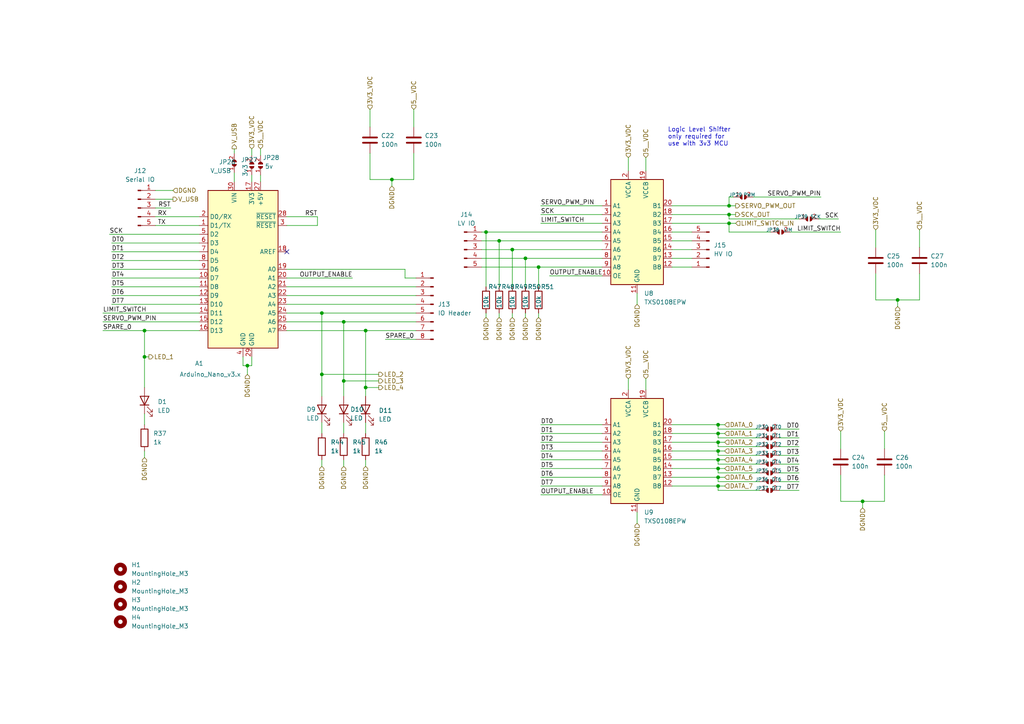
<source format=kicad_sch>
(kicad_sch (version 20230121) (generator eeschema)
  (paper "A4")
  (lib_symbols
    (symbol "000_Capacitor_Film_Immo:cap_film_0805" (pin_numbers hide) (pin_names (offset 0.254))
      (property "Reference" "C" (at 0.635 2.54 0))
      (property "Value" "cap_film_0805" (at 0.635 -2.54 0))
      (symbol "cap_film_0805_0_1"
        (polyline (pts (xy -2.032 -0.762) (xy 2.032 -0.762)) (stroke (width 0.508)))
        (polyline (pts (xy -2.032 0.762) (xy 2.032 0.762)) (stroke (width 0.508)))
      )
      (symbol "cap_film_0805_1_1"
        (pin passive line (at 0 3.81 270) (length 2.794) (name "~") (number "1"))
        (pin passive line (at 0 -3.81 90) (length 2.794) (name "~") (number "2"))
      )
    )
    (symbol "000_Connectors_Immo:Jumper_2_Open_small" (pin_names (offset 0) hide)
      (property "Reference" "JP" (at 0 2.794 0))
      (property "Value" "Jumper_2_Open_small" (at 0 -3.175 0))
      (symbol "Jumper_2_Open_small_0_1"
        (arc (start -0.635 0.635) (mid -1.2659 0.0056) (end -0.6463 -0.635) (fill (type outline)))
        (polyline (pts (xy -0.635 0.635) (xy -0.635 -0.635)))
        (polyline (pts (xy 0 0.635) (xy 0 -0.635)))
        (arc (start 0.0042 -0.6351) (mid 0.6351 -0.0057) (end 0.0155 0.6349) (fill (type outline)))
      )
      (symbol "Jumper_2_Open_small_1_1"
        (pin passive line (at -3.175 0 0) (length 2.54) (name "A") (number "1"))
        (pin passive line (at 2.54 0 180) (length 2.54) (name "B") (number "2"))
      )
    )
    (symbol "000_Diodes_Immo:LED_0805_smd" (pin_numbers hide) (pin_names (offset 1.016) hide)
      (property "Reference" "D" (at 0 2.54 0))
      (property "Value" "LED_0805_smd" (at 0 -3.81 0))
      (symbol "LED_0805_smd_0_1"
        (polyline (pts (xy -1.27 -1.27) (xy -1.27 1.27)) (stroke (width 0.254)))
        (polyline (pts (xy -1.27 0) (xy 1.27 0)))
        (polyline (pts (xy 1.27 -1.27) (xy 1.27 1.27) (xy -1.27 0) (xy 1.27 -1.27)) (stroke (width 0.254)))
        (polyline (pts (xy -3.048 -0.762) (xy -4.572 -2.286) (xy -3.81 -2.286) (xy -4.572 -2.286) (xy -4.572 -1.524)))
        (polyline (pts (xy -1.778 -0.762) (xy -3.302 -2.286) (xy -2.54 -2.286) (xy -3.302 -2.286) (xy -3.302 -1.524)))
      )
      (symbol "LED_0805_smd_1_1"
        (pin passive line (at -3.81 0 0) (length 2.54) (name "K") (number "1"))
        (pin passive line (at 3.81 0 180) (length 2.54) (name "A") (number "2"))
      )
    )
    (symbol "000_Pin_Headers_Immo:Conn_01x05_Male" (pin_names (offset 1.016) hide)
      (property "Reference" "J" (at 0 7.62 0))
      (property "Value" "Conn_01x05_Male" (at 0 -7.62 0))
      (symbol "Conn_01x05_Male_1_1"
        (polyline (pts (xy 1.27 -5.08) (xy 0.8636 -5.08)) (stroke (width 0.1524)))
        (polyline (pts (xy 1.27 -2.54) (xy 0.8636 -2.54)) (stroke (width 0.1524)))
        (polyline (pts (xy 1.27 0) (xy 0.8636 0)) (stroke (width 0.1524)))
        (polyline (pts (xy 1.27 2.54) (xy 0.8636 2.54)) (stroke (width 0.1524)))
        (polyline (pts (xy 1.27 5.08) (xy 0.8636 5.08)) (stroke (width 0.1524)))
        (rectangle (start 0.8636 -4.953) (end 0 -5.207) (stroke (width 0.1524)) (fill (type outline)))
        (rectangle (start 0.8636 -2.413) (end 0 -2.667) (stroke (width 0.1524)) (fill (type outline)))
        (rectangle (start 0.8636 0.127) (end 0 -0.127) (stroke (width 0.1524)) (fill (type outline)))
        (rectangle (start 0.8636 2.667) (end 0 2.413) (stroke (width 0.1524)) (fill (type outline)))
        (rectangle (start 0.8636 5.207) (end 0 4.953) (stroke (width 0.1524)) (fill (type outline)))
        (pin passive line (at 5.08 5.08 180) (length 3.81) (name "Pin_1") (number "1"))
        (pin passive line (at 5.08 2.54 180) (length 3.81) (name "Pin_2") (number "2"))
        (pin passive line (at 5.08 0 180) (length 3.81) (name "Pin_3") (number "3"))
        (pin passive line (at 5.08 -2.54 180) (length 3.81) (name "Pin_4") (number "4"))
        (pin passive line (at 5.08 -5.08 180) (length 3.81) (name "Pin_5") (number "5"))
      )
    )
    (symbol "000_Resistors_Immo:Resistor_0805" (pin_numbers hide) (pin_names (offset 0))
      (property "Reference" "R?" (at -2.54 3.81 0))
      (property "Value" "Resistor_0805" (at -5.08 2.54 0))
      (symbol "Resistor_0805_0_1"
        (rectangle (start 2.54 -1.016) (end -2.54 1.016) (stroke (width 0.254)))
      )
      (symbol "Resistor_0805_1_1"
        (pin passive line (at -3.81 0 0) (length 1.27) (name "~") (number "1"))
        (pin passive line (at 3.81 0 180) (length 1.27) (name "~") (number "2"))
      )
    )
    (symbol "Connector:Conn_01x08_Male" (pin_names (offset 1.016) hide)
      (property "Reference" "J" (at 0 10.16 0))
      (property "Value" "Conn_01x08_Male" (at 0 -12.7 0))
      (symbol "Conn_01x08_Male_1_1"
        (polyline (pts (xy 1.27 -10.16) (xy 0.8636 -10.16)) (stroke (width 0.1524)))
        (polyline (pts (xy 1.27 -7.62) (xy 0.8636 -7.62)) (stroke (width 0.1524)))
        (polyline (pts (xy 1.27 -5.08) (xy 0.8636 -5.08)) (stroke (width 0.1524)))
        (polyline (pts (xy 1.27 -2.54) (xy 0.8636 -2.54)) (stroke (width 0.1524)))
        (polyline (pts (xy 1.27 0) (xy 0.8636 0)) (stroke (width 0.1524)))
        (polyline (pts (xy 1.27 2.54) (xy 0.8636 2.54)) (stroke (width 0.1524)))
        (polyline (pts (xy 1.27 5.08) (xy 0.8636 5.08)) (stroke (width 0.1524)))
        (polyline (pts (xy 1.27 7.62) (xy 0.8636 7.62)) (stroke (width 0.1524)))
        (rectangle (start 0.8636 -10.033) (end 0 -10.287) (stroke (width 0.1524)) (fill (type outline)))
        (rectangle (start 0.8636 -7.493) (end 0 -7.747) (stroke (width 0.1524)) (fill (type outline)))
        (rectangle (start 0.8636 -4.953) (end 0 -5.207) (stroke (width 0.1524)) (fill (type outline)))
        (rectangle (start 0.8636 -2.413) (end 0 -2.667) (stroke (width 0.1524)) (fill (type outline)))
        (rectangle (start 0.8636 0.127) (end 0 -0.127) (stroke (width 0.1524)) (fill (type outline)))
        (rectangle (start 0.8636 2.667) (end 0 2.413) (stroke (width 0.1524)) (fill (type outline)))
        (rectangle (start 0.8636 5.207) (end 0 4.953) (stroke (width 0.1524)) (fill (type outline)))
        (rectangle (start 0.8636 7.747) (end 0 7.493) (stroke (width 0.1524)) (fill (type outline)))
        (pin passive line (at 5.08 7.62 180) (length 3.81) (name "Pin_1") (number "1"))
        (pin passive line (at 5.08 5.08 180) (length 3.81) (name "Pin_2") (number "2"))
        (pin passive line (at 5.08 2.54 180) (length 3.81) (name "Pin_3") (number "3"))
        (pin passive line (at 5.08 0 180) (length 3.81) (name "Pin_4") (number "4"))
        (pin passive line (at 5.08 -2.54 180) (length 3.81) (name "Pin_5") (number "5"))
        (pin passive line (at 5.08 -5.08 180) (length 3.81) (name "Pin_6") (number "6"))
        (pin passive line (at 5.08 -7.62 180) (length 3.81) (name "Pin_7") (number "7"))
        (pin passive line (at 5.08 -10.16 180) (length 3.81) (name "Pin_8") (number "8"))
      )
    )
    (symbol "Logic_LevelTranslator:TXS0108EPW"
      (property "Reference" "U" (at -6.35 16.51 0))
      (property "Value" "TXS0108EPW" (at 3.81 16.51 0))
      (symbol "TXS0108EPW_0_1"
        (rectangle (start -7.62 15.24) (end 7.62 -15.24) (stroke (width 0.254)) (fill (type background)))
      )
      (symbol "TXS0108EPW_1_1"
        (pin bidirectional line (at -10.16 7.62 0) (length 2.54) (name "A1") (number "1"))
        (pin input line (at -10.16 -12.7 0) (length 2.54) (name "OE") (number "10"))
        (pin power_in line (at 0 -17.78 90) (length 2.54) (name "GND") (number "11"))
        (pin bidirectional line (at 10.16 -10.16 180) (length 2.54) (name "B8") (number "12"))
        (pin bidirectional line (at 10.16 -7.62 180) (length 2.54) (name "B7") (number "13"))
        (pin bidirectional line (at 10.16 -5.08 180) (length 2.54) (name "B6") (number "14"))
        (pin bidirectional line (at 10.16 -2.54 180) (length 2.54) (name "B5") (number "15"))
        (pin bidirectional line (at 10.16 0 180) (length 2.54) (name "B4") (number "16"))
        (pin bidirectional line (at 10.16 2.54 180) (length 2.54) (name "B3") (number "17"))
        (pin bidirectional line (at 10.16 5.08 180) (length 2.54) (name "B2") (number "18"))
        (pin power_in line (at 2.54 17.78 270) (length 2.54) (name "VCCB") (number "19"))
        (pin power_in line (at -2.54 17.78 270) (length 2.54) (name "VCCA") (number "2"))
        (pin bidirectional line (at 10.16 7.62 180) (length 2.54) (name "B1") (number "20"))
        (pin bidirectional line (at -10.16 5.08 0) (length 2.54) (name "A2") (number "3"))
        (pin bidirectional line (at -10.16 2.54 0) (length 2.54) (name "A3") (number "4"))
        (pin bidirectional line (at -10.16 0 0) (length 2.54) (name "A4") (number "5"))
        (pin bidirectional line (at -10.16 -2.54 0) (length 2.54) (name "A5") (number "6"))
        (pin bidirectional line (at -10.16 -5.08 0) (length 2.54) (name "A6") (number "7"))
        (pin bidirectional line (at -10.16 -7.62 0) (length 2.54) (name "A7") (number "8"))
        (pin bidirectional line (at -10.16 -10.16 0) (length 2.54) (name "A8") (number "9"))
      )
    )
    (symbol "MCU_Module:Arduino_Nano_v3.x"
      (property "Reference" "A" (at -10.16 23.495 0))
      (property "Value" "Arduino_Nano_v3.x" (at 5.08 -24.13 0))
      (symbol "Arduino_Nano_v3.x_0_1"
        (rectangle (start -10.16 22.86) (end 10.16 -22.86) (stroke (width 0.254)) (fill (type background)))
      )
      (symbol "Arduino_Nano_v3.x_1_1"
        (pin bidirectional line (at -12.7 12.7 0) (length 2.54) (name "D1/TX") (number "1"))
        (pin bidirectional line (at -12.7 -2.54 0) (length 2.54) (name "D7") (number "10"))
        (pin bidirectional line (at -12.7 -5.08 0) (length 2.54) (name "D8") (number "11"))
        (pin bidirectional line (at -12.7 -7.62 0) (length 2.54) (name "D9") (number "12"))
        (pin bidirectional line (at -12.7 -10.16 0) (length 2.54) (name "D10") (number "13"))
        (pin bidirectional line (at -12.7 -12.7 0) (length 2.54) (name "D11") (number "14"))
        (pin bidirectional line (at -12.7 -15.24 0) (length 2.54) (name "D12") (number "15"))
        (pin bidirectional line (at -12.7 -17.78 0) (length 2.54) (name "D13") (number "16"))
        (pin power_out line (at 2.54 25.4 270) (length 2.54) (name "3V3") (number "17"))
        (pin input line (at 12.7 5.08 180) (length 2.54) (name "AREF") (number "18"))
        (pin bidirectional line (at 12.7 0 180) (length 2.54) (name "A0") (number "19"))
        (pin bidirectional line (at -12.7 15.24 0) (length 2.54) (name "D0/RX") (number "2"))
        (pin bidirectional line (at 12.7 -2.54 180) (length 2.54) (name "A1") (number "20"))
        (pin bidirectional line (at 12.7 -5.08 180) (length 2.54) (name "A2") (number "21"))
        (pin bidirectional line (at 12.7 -7.62 180) (length 2.54) (name "A3") (number "22"))
        (pin bidirectional line (at 12.7 -10.16 180) (length 2.54) (name "A4") (number "23"))
        (pin bidirectional line (at 12.7 -12.7 180) (length 2.54) (name "A5") (number "24"))
        (pin bidirectional line (at 12.7 -15.24 180) (length 2.54) (name "A6") (number "25"))
        (pin bidirectional line (at 12.7 -17.78 180) (length 2.54) (name "A7") (number "26"))
        (pin power_out line (at 5.08 25.4 270) (length 2.54) (name "+5V") (number "27"))
        (pin input line (at 12.7 15.24 180) (length 2.54) (name "~{RESET}") (number "28"))
        (pin power_in line (at 2.54 -25.4 90) (length 2.54) (name "GND") (number "29"))
        (pin input line (at 12.7 12.7 180) (length 2.54) (name "~{RESET}") (number "3"))
        (pin power_in line (at -2.54 25.4 270) (length 2.54) (name "VIN") (number "30"))
        (pin power_in line (at 0 -25.4 90) (length 2.54) (name "GND") (number "4"))
        (pin bidirectional line (at -12.7 10.16 0) (length 2.54) (name "D2") (number "5"))
        (pin bidirectional line (at -12.7 7.62 0) (length 2.54) (name "D3") (number "6"))
        (pin bidirectional line (at -12.7 5.08 0) (length 2.54) (name "D4") (number "7"))
        (pin bidirectional line (at -12.7 2.54 0) (length 2.54) (name "D5") (number "8"))
        (pin bidirectional line (at -12.7 0 0) (length 2.54) (name "D6") (number "9"))
      )
    )
    (symbol "Mechanical:MountingHole_M3" (pin_names (offset 1.016))
      (property "Reference" "H" (at 0 5.08 0))
      (property "Value" "MountingHole_M3" (at 0 3.175 0))
      (symbol "MountingHole_M3_0_1"
        (circle (center 0 0) (radius 1.27) (stroke (width 1.27)))
      )
    )
  )
  (junction (at 99.695 110.49))
  (junction (at 113.665 52.07))
  (junction (at 211.455 59.69))
  (junction (at 156.21 77.47))
  (junction (at 99.695 93.345))
  (junction (at 260.35 86.995))
  (junction (at 208.28 130.81))
  (junction (at 211.455 62.23))
  (junction (at 208.28 140.97))
  (junction (at 106.045 95.885))
  (junction (at 41.91 95.885))
  (junction (at 144.78 69.85))
  (junction (at 152.4 74.93))
  (junction (at 208.28 133.35))
  (junction (at 41.91 103.505))
  (junction (at 93.345 90.805))
  (junction (at 211.455 64.77))
  (junction (at 148.59 72.39))
  (junction (at 208.28 135.89))
  (junction (at 140.97 67.31))
  (junction (at 208.28 128.27))
  (junction (at 106.045 112.395))
  (junction (at 250.19 145.415))
  (junction (at 208.28 125.73))
  (junction (at 93.345 108.585))
  (junction (at 208.28 123.19))
  (junction (at 71.755 106.045))
  (junction (at 208.28 138.43))
  (no_connect (at 83.185 73.025))
  (wire (pts (xy 254 86.995) (xy 254 79.375)))
  (wire (pts (xy 213.36 64.77) (xy 211.455 64.77)))
  (wire (pts (xy 208.28 142.24) (xy 208.28 140.97)))
  (wire (pts (xy 144.78 69.85) (xy 144.78 83.185)))
  (wire (pts (xy 148.59 92.075) (xy 148.59 90.805)))
  (wire (pts (xy 226.06 134.62) (xy 231.775 134.62)))
  (wire (pts (xy 194.945 67.31) (xy 200.66 67.31)))
  (wire (pts (xy 83.185 93.345) (xy 99.695 93.345)))
  (wire (pts (xy 226.06 132.08) (xy 231.775 132.08)))
  (wire (pts (xy 211.455 67.31) (xy 211.455 64.77)))
  (wire (pts (xy 120.015 31.75) (xy 120.015 36.83)))
  (wire (pts (xy 250.19 147.32) (xy 250.19 145.415)))
  (wire (pts (xy 41.91 103.505) (xy 41.91 112.395)))
  (wire (pts (xy 260.35 86.995) (xy 254 86.995)))
  (wire (pts (xy 156.845 125.73) (xy 174.625 125.73)))
  (wire (pts (xy 70.485 106.045) (xy 70.485 103.505)))
  (wire (pts (xy 208.28 135.89) (xy 194.945 135.89)))
  (wire (pts (xy 106.045 95.885) (xy 106.045 112.395)))
  (wire (pts (xy 220.345 124.46) (xy 208.28 124.46)))
  (wire (pts (xy 208.28 123.19) (xy 194.945 123.19)))
  (wire (pts (xy 106.045 112.395) (xy 106.045 114.935)))
  (wire (pts (xy 99.695 93.345) (xy 99.695 110.49)))
  (wire (pts (xy 106.045 112.395) (xy 109.855 112.395)))
  (wire (pts (xy 117.475 80.645) (xy 120.65 80.645)))
  (wire (pts (xy 237.49 63.5) (xy 243.205 63.5)))
  (wire (pts (xy 223.52 67.31) (xy 211.455 67.31)))
  (wire (pts (xy 220.345 132.08) (xy 208.28 132.08)))
  (wire (pts (xy 32.385 80.645) (xy 57.785 80.645)))
  (wire (pts (xy 71.755 106.045) (xy 73.025 106.045)))
  (wire (pts (xy 256.54 145.415) (xy 250.19 145.415)))
  (wire (pts (xy 256.54 137.795) (xy 256.54 145.415)))
  (wire (pts (xy 83.185 62.865) (xy 92.075 62.865)))
  (wire (pts (xy 140.97 67.31) (xy 140.97 83.185)))
  (wire (pts (xy 106.045 122.555) (xy 106.045 125.73)))
  (wire (pts (xy 41.91 103.505) (xy 43.18 103.505)))
  (wire (pts (xy 32.385 75.565) (xy 57.785 75.565)))
  (wire (pts (xy 32.385 78.105) (xy 57.785 78.105)))
  (wire (pts (xy 220.345 137.16) (xy 208.28 137.16)))
  (wire (pts (xy 92.075 62.865) (xy 92.075 65.405)))
  (wire (pts (xy 32.385 83.185) (xy 57.785 83.185)))
  (wire (pts (xy 32.385 70.485) (xy 57.785 70.485)))
  (wire (pts (xy 144.78 92.075) (xy 144.78 90.805)))
  (wire (pts (xy 45.085 65.405) (xy 57.785 65.405)))
  (wire (pts (xy 208.28 127) (xy 208.28 125.73)))
  (wire (pts (xy 187.325 45.72) (xy 187.325 49.53)))
  (wire (pts (xy 71.755 106.045) (xy 70.485 106.045)))
  (wire (pts (xy 218.44 57.15) (xy 238.125 57.15)))
  (wire (pts (xy 106.045 95.885) (xy 120.65 95.885)))
  (wire (pts (xy 229.235 67.31) (xy 243.84 67.31)))
  (wire (pts (xy 211.455 59.69) (xy 213.36 59.69)))
  (wire (pts (xy 210.185 130.81) (xy 208.28 130.81)))
  (wire (pts (xy 140.97 67.31) (xy 174.625 67.31)))
  (wire (pts (xy 211.455 64.77) (xy 194.945 64.77)))
  (wire (pts (xy 256.54 125.095) (xy 256.54 130.175)))
  (wire (pts (xy 67.945 43.18) (xy 67.945 44.45)))
  (wire (pts (xy 212.725 57.15) (xy 211.455 57.15)))
  (wire (pts (xy 220.345 139.7) (xy 208.28 139.7)))
  (wire (pts (xy 148.59 72.39) (xy 174.625 72.39)))
  (wire (pts (xy 45.085 57.785) (xy 50.165 57.785)))
  (wire (pts (xy 107.315 31.75) (xy 107.315 36.83)))
  (wire (pts (xy 208.28 140.97) (xy 194.945 140.97)))
  (wire (pts (xy 208.28 134.62) (xy 208.28 133.35)))
  (wire (pts (xy 220.345 142.24) (xy 208.28 142.24)))
  (wire (pts (xy 220.345 134.62) (xy 208.28 134.62)))
  (wire (pts (xy 156.845 135.89) (xy 174.625 135.89)))
  (wire (pts (xy 194.945 69.85) (xy 200.66 69.85)))
  (wire (pts (xy 45.085 60.325) (xy 49.53 60.325)))
  (wire (pts (xy 210.185 128.27) (xy 208.28 128.27)))
  (wire (pts (xy 208.28 132.08) (xy 208.28 130.81)))
  (wire (pts (xy 243.84 145.415) (xy 243.84 137.795)))
  (wire (pts (xy 139.7 74.93) (xy 152.4 74.93)))
  (wire (pts (xy 73.025 43.18) (xy 73.025 45.085)))
  (wire (pts (xy 83.185 78.105) (xy 117.475 78.105)))
  (wire (pts (xy 144.78 69.85) (xy 174.625 69.85)))
  (wire (pts (xy 208.28 137.16) (xy 208.28 135.89)))
  (wire (pts (xy 156.21 77.47) (xy 174.625 77.47)))
  (wire (pts (xy 210.185 138.43) (xy 208.28 138.43)))
  (wire (pts (xy 113.665 52.07) (xy 107.315 52.07)))
  (wire (pts (xy 99.695 93.345) (xy 120.65 93.345)))
  (wire (pts (xy 29.845 95.885) (xy 41.91 95.885)))
  (wire (pts (xy 250.19 145.415) (xy 243.84 145.415)))
  (wire (pts (xy 99.695 122.555) (xy 99.695 125.73)))
  (wire (pts (xy 254 66.675) (xy 254 71.755)))
  (wire (pts (xy 83.185 95.885) (xy 106.045 95.885)))
  (wire (pts (xy 194.945 74.93) (xy 200.66 74.93)))
  (wire (pts (xy 260.35 88.9) (xy 260.35 86.995)))
  (wire (pts (xy 156.845 140.97) (xy 174.625 140.97)))
  (wire (pts (xy 208.28 125.73) (xy 194.945 125.73)))
  (wire (pts (xy 113.665 53.975) (xy 113.665 52.07)))
  (wire (pts (xy 156.845 64.77) (xy 174.625 64.77)))
  (wire (pts (xy 182.245 109.855) (xy 182.245 113.03)))
  (wire (pts (xy 156.845 143.51) (xy 174.625 143.51)))
  (wire (pts (xy 73.025 50.8) (xy 73.025 52.705)))
  (wire (pts (xy 210.185 123.19) (xy 208.28 123.19)))
  (wire (pts (xy 156.21 77.47) (xy 156.21 83.185)))
  (wire (pts (xy 111.76 98.425) (xy 120.65 98.425)))
  (wire (pts (xy 140.97 92.075) (xy 140.97 90.805)))
  (wire (pts (xy 117.475 80.645) (xy 117.475 78.105)))
  (wire (pts (xy 93.345 90.805) (xy 120.65 90.805)))
  (wire (pts (xy 184.785 88.265) (xy 184.785 85.09)))
  (wire (pts (xy 208.28 139.7) (xy 208.28 138.43)))
  (wire (pts (xy 226.06 127) (xy 231.775 127)))
  (wire (pts (xy 211.455 57.15) (xy 211.455 59.69)))
  (wire (pts (xy 152.4 74.93) (xy 174.625 74.93)))
  (wire (pts (xy 226.06 139.7) (xy 231.775 139.7)))
  (wire (pts (xy 139.7 72.39) (xy 148.59 72.39)))
  (wire (pts (xy 83.185 90.805) (xy 93.345 90.805)))
  (wire (pts (xy 32.385 73.025) (xy 57.785 73.025)))
  (wire (pts (xy 156.845 62.23) (xy 174.625 62.23)))
  (wire (pts (xy 75.565 43.18) (xy 75.565 45.085)))
  (wire (pts (xy 71.755 108.585) (xy 71.755 106.045)))
  (wire (pts (xy 184.785 151.765) (xy 184.785 148.59)))
  (wire (pts (xy 208.28 138.43) (xy 194.945 138.43)))
  (wire (pts (xy 210.185 135.89) (xy 208.28 135.89)))
  (wire (pts (xy 194.945 72.39) (xy 200.66 72.39)))
  (wire (pts (xy 156.845 133.35) (xy 174.625 133.35)))
  (wire (pts (xy 156.845 138.43) (xy 174.625 138.43)))
  (wire (pts (xy 32.385 88.265) (xy 57.785 88.265)))
  (wire (pts (xy 156.845 130.81) (xy 174.625 130.81)))
  (wire (pts (xy 208.28 129.54) (xy 208.28 128.27)))
  (wire (pts (xy 99.695 110.49) (xy 99.695 114.935)))
  (wire (pts (xy 41.91 120.015) (xy 41.91 123.19)))
  (wire (pts (xy 208.28 128.27) (xy 194.945 128.27)))
  (wire (pts (xy 220.345 127) (xy 208.28 127)))
  (wire (pts (xy 45.085 55.245) (xy 50.165 55.245)))
  (wire (pts (xy 208.28 133.35) (xy 194.945 133.35)))
  (wire (pts (xy 139.7 77.47) (xy 156.21 77.47)))
  (wire (pts (xy 182.245 45.72) (xy 182.245 49.53)))
  (wire (pts (xy 83.185 83.185) (xy 120.65 83.185)))
  (wire (pts (xy 32.385 85.725) (xy 57.785 85.725)))
  (wire (pts (xy 210.185 133.35) (xy 208.28 133.35)))
  (wire (pts (xy 243.84 125.095) (xy 243.84 130.175)))
  (wire (pts (xy 226.06 124.46) (xy 231.775 124.46)))
  (wire (pts (xy 194.945 77.47) (xy 200.66 77.47)))
  (wire (pts (xy 194.945 59.69) (xy 211.455 59.69)))
  (wire (pts (xy 139.7 69.85) (xy 144.78 69.85)))
  (wire (pts (xy 83.185 88.265) (xy 120.65 88.265)))
  (wire (pts (xy 210.185 125.73) (xy 208.28 125.73)))
  (wire (pts (xy 187.325 109.855) (xy 187.325 113.03)))
  (wire (pts (xy 152.4 83.185) (xy 152.4 74.93)))
  (wire (pts (xy 83.185 65.405) (xy 92.075 65.405)))
  (wire (pts (xy 93.345 108.585) (xy 109.855 108.585)))
  (wire (pts (xy 41.91 130.81) (xy 41.91 132.715)))
  (wire (pts (xy 93.345 133.35) (xy 93.345 135.255)))
  (wire (pts (xy 208.28 130.81) (xy 194.945 130.81)))
  (wire (pts (xy 226.06 129.54) (xy 231.775 129.54)))
  (wire (pts (xy 99.695 133.35) (xy 99.695 135.255)))
  (wire (pts (xy 231.775 63.5) (xy 211.455 63.5)))
  (wire (pts (xy 75.565 50.8) (xy 75.565 52.705)))
  (wire (pts (xy 211.455 62.23) (xy 213.36 62.23)))
  (wire (pts (xy 226.06 137.16) (xy 231.775 137.16)))
  (wire (pts (xy 102.235 80.645) (xy 83.185 80.645)))
  (wire (pts (xy 210.185 140.97) (xy 208.28 140.97)))
  (wire (pts (xy 29.845 90.805) (xy 57.785 90.805)))
  (wire (pts (xy 45.085 62.865) (xy 57.785 62.865)))
  (wire (pts (xy 93.345 108.585) (xy 93.345 114.935)))
  (wire (pts (xy 266.7 79.375) (xy 266.7 86.995)))
  (wire (pts (xy 148.59 72.39) (xy 148.59 83.185)))
  (wire (pts (xy 73.025 106.045) (xy 73.025 103.505)))
  (wire (pts (xy 120.015 52.07) (xy 113.665 52.07)))
  (wire (pts (xy 220.345 129.54) (xy 208.28 129.54)))
  (wire (pts (xy 159.385 80.01) (xy 174.625 80.01)))
  (wire (pts (xy 41.91 95.885) (xy 57.785 95.885)))
  (wire (pts (xy 93.345 122.555) (xy 93.345 125.73)))
  (wire (pts (xy 156.845 59.69) (xy 174.625 59.69)))
  (wire (pts (xy 194.945 62.23) (xy 211.455 62.23)))
  (wire (pts (xy 156.845 123.19) (xy 174.625 123.19)))
  (wire (pts (xy 266.7 86.995) (xy 260.35 86.995)))
  (wire (pts (xy 139.7 67.31) (xy 140.97 67.31)))
  (wire (pts (xy 106.045 133.35) (xy 106.045 135.255)))
  (wire (pts (xy 29.845 93.345) (xy 57.785 93.345)))
  (wire (pts (xy 156.845 128.27) (xy 174.625 128.27)))
  (wire (pts (xy 99.695 110.49) (xy 109.855 110.49)))
  (wire (pts (xy 211.455 63.5) (xy 211.455 62.23)))
  (wire (pts (xy 93.345 90.805) (xy 93.345 108.585)))
  (wire (pts (xy 31.75 67.945) (xy 57.785 67.945)))
  (wire (pts (xy 208.28 124.46) (xy 208.28 123.19)))
  (wire (pts (xy 107.315 52.07) (xy 107.315 44.45)))
  (wire (pts (xy 83.185 85.725) (xy 120.65 85.725)))
  (wire (pts (xy 41.91 95.885) (xy 41.91 103.505)))
  (wire (pts (xy 266.7 66.675) (xy 266.7 71.755)))
  (wire (pts (xy 156.21 92.075) (xy 156.21 90.805)))
  (wire (pts (xy 120.015 44.45) (xy 120.015 52.07)))
  (wire (pts (xy 152.4 92.075) (xy 152.4 90.805)))
  (wire (pts (xy 226.06 142.24) (xy 231.775 142.24)))
  (wire (pts (xy 67.945 50.165) (xy 67.945 52.705)))
  (text "Logic Level Shifter\nonly required for \nuse with 3v3 MCU" (at 193.675 42.545 0) (effects (font (size 1.27 1.27)) (justify left bottom)))
  (label "SERVO_PWM_PIN" (at 156.845 59.69 0))
  (label "DT0" (at 32.385 70.485 0))
  (label "DT4" (at 231.775 134.62 180))
  (label "OUTPUT_ENABLE" (at 102.235 80.645 180))
  (label "RST" (at 92.075 62.865 180))
  (label "DT6" (at 156.845 138.43 0))
  (label "OUTPUT_ENABLE" (at 159.385 80.01 0))
  (label "DT2" (at 156.845 128.27 0))
  (label "RX" (at 45.72 62.865 0))
  (label "DT3" (at 32.385 78.105 0))
  (label "SCK" (at 156.845 62.23 0))
  (label "DT1" (at 32.385 73.025 0))
  (label "DT3" (at 156.845 130.81 0))
  (label "RST" (at 49.53 60.325 180))
  (label "SERVO_PWM_PIN" (at 238.125 57.15 180))
  (label "DT2" (at 32.385 75.565 0))
  (label "SPARE_0" (at 111.76 98.425 0))
  (label "DT7" (at 32.385 88.265 0))
  (label "DT0" (at 156.845 123.19 0))
  (label "TX" (at 45.72 65.405 0))
  (label "DT5" (at 231.775 137.16 180))
  (label "DT2" (at 231.775 129.54 180))
  (label "LIMIT_SWITCH" (at 29.845 90.805 0))
  (label "OUTPUT_ENABLE" (at 156.845 143.51 0))
  (label "DT1" (at 231.775 127 180))
  (label "DT4" (at 156.845 133.35 0))
  (label "DT5" (at 156.845 135.89 0))
  (label "SCK" (at 31.75 67.945 0))
  (label "DT6" (at 32.385 85.725 0))
  (label "DT4" (at 32.385 80.645 0))
  (label "DT6" (at 231.775 139.7 180))
  (label "DT5" (at 32.385 83.185 0))
  (label "SPARE_0" (at 29.845 95.885 0))
  (label "SCK" (at 243.205 63.5 180))
  (label "SERVO_PWM_PIN" (at 29.845 93.345 0))
  (label "DT0" (at 231.775 124.46 180))
  (label "DT1" (at 156.845 125.73 0))
  (label "LIMIT_SWITCH" (at 243.84 67.31 180))
  (label "LIMIT_SWITCH" (at 156.845 64.77 0))
  (label "DT7" (at 231.775 142.24 180))
  (label "DT7" (at 156.845 140.97 0))
  (label "DT3" (at 231.775 132.08 180))
  (hierarchical_label "DGND" (shape input) (at 113.665 53.975 270))
  (hierarchical_label "3V3_VDC" (shape input) (at 107.315 31.75 90))
  (hierarchical_label "DGND" (shape input) (at 184.785 88.265 270))
  (hierarchical_label "DATA_0" (shape input) (at 210.185 123.19 0))
  (hierarchical_label "5__VDC" (shape input) (at 256.54 125.095 90))
  (hierarchical_label "DATA_2" (shape input) (at 210.185 128.27 0))
  (hierarchical_label "3V3_VDC" (shape input) (at 182.245 109.855 90))
  (hierarchical_label "SCK_OUT" (shape output) (at 213.36 62.23 0))
  (hierarchical_label "DGND" (shape input) (at 184.785 151.765 270))
  (hierarchical_label "DGND" (shape input) (at 71.755 108.585 270))
  (hierarchical_label "3V3_VDC" (shape input) (at 182.245 45.72 90))
  (hierarchical_label "5__VDC" (shape input) (at 75.565 43.18 90))
  (hierarchical_label "DGND" (shape input) (at 156.21 92.075 270))
  (hierarchical_label "DATA_5" (shape input) (at 210.185 135.89 0))
  (hierarchical_label "DGND" (shape input) (at 99.695 135.255 270))
  (hierarchical_label "5__VDC" (shape input) (at 266.7 66.675 90))
  (hierarchical_label "V_USB" (shape output) (at 50.165 57.785 0))
  (hierarchical_label "5__VDC" (shape input) (at 120.015 31.75 90))
  (hierarchical_label "DGND" (shape input) (at 260.35 88.9 270))
  (hierarchical_label "DGND" (shape input) (at 41.91 132.715 270))
  (hierarchical_label "DGND" (shape input) (at 106.045 135.255 270))
  (hierarchical_label "DGND" (shape input) (at 148.59 92.075 270))
  (hierarchical_label "SERVO_PWM_OUT" (shape output) (at 213.36 59.69 0))
  (hierarchical_label "DGND" (shape input) (at 250.19 147.32 270))
  (hierarchical_label "DATA_4" (shape input) (at 210.185 133.35 0))
  (hierarchical_label "DGND" (shape input) (at 144.78 92.075 270))
  (hierarchical_label "DATA_1" (shape input) (at 210.185 125.73 0))
  (hierarchical_label "LED_1" (shape output) (at 43.18 103.505 0))
  (hierarchical_label "LIMIT_SWITCH_IN" (shape input) (at 213.36 64.77 0))
  (hierarchical_label "5__VDC" (shape input) (at 187.325 45.72 90))
  (hierarchical_label "DGND" (shape input) (at 140.97 92.075 270))
  (hierarchical_label "LED_2" (shape output) (at 109.855 108.585 0))
  (hierarchical_label "3V3_VDC" (shape input) (at 254 66.675 90))
  (hierarchical_label "DATA_3" (shape input) (at 210.185 130.81 0))
  (hierarchical_label "V_USB" (shape output) (at 67.945 43.18 90))
  (hierarchical_label "3V3_VDC" (shape input) (at 73.025 43.18 90))
  (hierarchical_label "DGND" (shape input) (at 50.165 55.245 0))
  (hierarchical_label "DGND" (shape input) (at 152.4 92.075 270))
  (hierarchical_label "DGND" (shape input) (at 93.345 135.255 270))
  (hierarchical_label "DATA_7" (shape input) (at 210.185 140.97 0))
  (hierarchical_label "DATA_6" (shape input) (at 210.185 138.43 0))
  (hierarchical_label "3V3_VDC" (shape input) (at 243.84 125.095 90))
  (hierarchical_label "LED_3" (shape output) (at 109.855 110.49 0))
  (hierarchical_label "5__VDC" (shape input) (at 187.325 109.855 90))
  (hierarchical_label "LED_4" (shape output) (at 109.855 112.395 0))
  (symbol (lib_id "000_Connectors_Immo:Jumper_2_Open_small") (at 226.695 67.31 0) (unit 1)
    (property "Reference" "JP38" (at 226.06 66.675 0) (effects (font (size 1 1)) (justify right)))
    (property "Value" "LIM" (at 229.87 66.675 0) (effects (font (size 1 1)) (justify right)))
    (property "Footprint" "Jumper:SolderJumper-2_P1.3mm_Open_RoundedPad1.0x1.5mm" (effects hide))
  )
  (symbol (lib_id "000_Connectors_Immo:Jumper_2_Open_small") (at 223.52 142.24 0) (unit 1)
    (property "Reference" "JP37" (at 222.885 141.605 0) (effects (font (size 1 1)) (justify right)))
    (property "Value" "DT7" (at 226.695 141.605 0) (effects (font (size 1 1)) (justify right)))
    (property "Footprint" "Jumper:SolderJumper-2_P1.3mm_Open_RoundedPad1.0x1.5mm" (effects hide))
  )
  (symbol (lib_id "Logic_LevelTranslator:TXS0108EPW") (at 184.785 67.31 0) (unit 1)
    (property "Reference" "U8" (at 186.8044 85.09 0) (effects (justify left)))
    (property "Value" "TXS0108EPW" (at 186.8044 87.63 0) (effects (justify left)))
    (property "Footprint" "Package_SO:TSSOP-20_4.4x6.5mm_P0.65mm" (effects hide))
    (property "Datasheet" "www.ti.com/lit/ds/symlink/txs0108e.pdf" (effects hide))
  )
  (symbol (lib_id "000_Resistors_Immo:Resistor_0805") (at 106.045 129.54 90) (unit 1)
    (property "Reference" "R46" (at 108.585 128.2699 90) (effects (justify right)))
    (property "Value" "1k" (at 108.585 130.8099 90) (effects (justify right)))
    (property "Footprint" "Resistor_SMD:R_0805_2012Metric_Pad1.20x1.40mm_HandSolder" (effects hide))
  )
  (symbol (lib_id "000_Resistors_Immo:Resistor_0805") (at 144.78 86.995 90) (unit 1)
    (property "Reference" "R48" (at 145.415 83.185 90) (effects (justify right)))
    (property "Value" "10k" (at 144.78 85.725 0) (effects (justify right)))
    (property "Footprint" "Resistor_SMD:R_0805_2012Metric_Pad1.20x1.40mm_HandSolder" (effects hide))
  )
  (symbol (lib_id "000_Connectors_Immo:Jumper_2_Open_small") (at 223.52 137.16 0) (unit 1)
    (property "Reference" "JP35" (at 222.885 136.525 0) (effects (font (size 1 1)) (justify right)))
    (property "Value" "DT5" (at 226.695 136.525 0) (effects (font (size 1 1)) (justify right)))
    (property "Footprint" "Jumper:SolderJumper-2_P1.3mm_Open_RoundedPad1.0x1.5mm" (effects hide))
  )
  (symbol (lib_id "000_Capacitor_Film_Immo:cap_film_0805") (at 243.84 133.985 0) (unit 1)
    (property "Reference" "C24" (at 247.015 132.7149 0) (effects (justify left)))
    (property "Value" "100n" (at 247.015 135.2549 0) (effects (justify left)))
    (property "Footprint" "Capacitor_SMD:C_0805_2012Metric_Pad1.18x1.45mm_HandSolder" (effects hide))
  )
  (symbol (lib_id "000_Resistors_Immo:Resistor_0805") (at 99.695 129.54 90) (unit 1)
    (property "Reference" "R45" (at 102.235 128.2699 90) (effects (justify right)))
    (property "Value" "1k" (at 102.235 130.8099 90) (effects (justify right)))
    (property "Footprint" "Resistor_SMD:R_0805_2012Metric_Pad1.20x1.40mm_HandSolder" (effects hide))
  )
  (symbol (lib_id "000_Capacitor_Film_Immo:cap_film_0805") (at 107.315 40.64 0) (unit 1)
    (property "Reference" "C22" (at 110.49 39.3699 0) (effects (justify left)))
    (property "Value" "100n" (at 110.49 41.9099 0) (effects (justify left)))
    (property "Footprint" "Capacitor_SMD:C_0805_2012Metric_Pad1.18x1.45mm_HandSolder" (effects hide))
  )
  (symbol (lib_id "Mechanical:MountingHole_M3") (at 34.925 165.1 0) (unit 1)
    (property "Reference" "H1" (at 38.1 163.8299 0) (effects (justify left)))
    (property "Value" "MountingHole_M3" (at 38.1 166.3699 0) (effects (justify left)))
    (property "Footprint" "MountingHole:MountingHole_3.2mm_M3_Pad_Via" (effects hide))
  )
  (symbol (lib_id "000_Diodes_Immo:LED_0805_smd") (at 93.345 118.745 90) (unit 1)
    (property "Reference" "D9" (at 88.9 118.745 90) (effects (justify right)))
    (property "Value" "LED" (at 88.9 121.285 90) (effects (justify right)))
    (property "Footprint" "Diode_SMD:D_0805_2012Metric_Pad1.15x1.40mm_HandSolder" (effects hide))
  )
  (symbol (lib_id "Mechanical:MountingHole_M3") (at 34.925 170.18 0) (unit 1)
    (property "Reference" "H2" (at 38.1 168.9099 0) (effects (justify left)))
    (property "Value" "MountingHole_M3" (at 38.1 171.4499 0) (effects (justify left)))
    (property "Footprint" "MountingHole:MountingHole_3.2mm_M3_Pad_Via" (effects hide))
  )
  (symbol (lib_id "000_Resistors_Immo:Resistor_0805") (at 93.345 129.54 90) (unit 1)
    (property "Reference" "R44" (at 95.885 128.2699 90) (effects (justify right)))
    (property "Value" "1k" (at 95.885 130.8099 90) (effects (justify right)))
    (property "Footprint" "Resistor_SMD:R_0805_2012Metric_Pad1.20x1.40mm_HandSolder" (effects hide))
  )
  (symbol (lib_id "000_Connectors_Immo:Jumper_2_Open_small") (at 223.52 127 0) (unit 1)
    (property "Reference" "JP31" (at 222.885 126.365 0) (effects (font (size 1 1)) (justify right)))
    (property "Value" "DT1" (at 226.695 126.365 0) (effects (font (size 1 1)) (justify right)))
    (property "Footprint" "Jumper:SolderJumper-2_P1.3mm_Open_RoundedPad1.0x1.5mm" (effects hide))
  )
  (symbol (lib_id "Mechanical:MountingHole_M3") (at 34.925 180.34 0) (unit 1)
    (property "Reference" "H4" (at 38.1 179.0699 0) (effects (justify left)))
    (property "Value" "MountingHole_M3" (at 38.1 181.6099 0) (effects (justify left)))
    (property "Footprint" "MountingHole:MountingHole_3.2mm_M3_Pad_Via" (effects hide))
  )
  (symbol (lib_id "000_Capacitor_Film_Immo:cap_film_0805") (at 266.7 75.565 0) (unit 1)
    (property "Reference" "C27" (at 269.875 74.2949 0) (effects (justify left)))
    (property "Value" "100n" (at 269.875 76.8349 0) (effects (justify left)))
    (property "Footprint" "Capacitor_SMD:C_0805_2012Metric_Pad1.18x1.45mm_HandSolder" (effects hide))
  )
  (symbol (lib_id "000_Diodes_Immo:LED_0805_smd") (at 41.91 116.205 90) (unit 1)
    (property "Reference" "D1" (at 45.72 116.5224 90) (effects (justify right)))
    (property "Value" "LED" (at 45.72 119.0624 90) (effects (justify right)))
    (property "Footprint" "Diode_SMD:D_0805_2012Metric_Pad1.15x1.40mm_HandSolder" (effects hide))
  )
  (symbol (lib_id "000_Connectors_Immo:Jumper_2_Open_small") (at 223.52 134.62 0) (unit 1)
    (property "Reference" "JP34" (at 222.885 133.985 0) (effects (font (size 1 1)) (justify right)))
    (property "Value" "DT4" (at 226.695 133.985 0) (effects (font (size 1 1)) (justify right)))
    (property "Footprint" "Jumper:SolderJumper-2_P1.3mm_Open_RoundedPad1.0x1.5mm" (effects hide))
  )
  (symbol (lib_id "Logic_LevelTranslator:TXS0108EPW") (at 184.785 130.81 0) (unit 1)
    (property "Reference" "U9" (at 186.8044 148.59 0) (effects (justify left)))
    (property "Value" "TXS0108EPW" (at 186.8044 151.13 0) (effects (justify left)))
    (property "Footprint" "Package_SO:TSSOP-20_4.4x6.5mm_P0.65mm" (effects hide))
    (property "Datasheet" "www.ti.com/lit/ds/symlink/txs0108e.pdf" (effects hide))
  )
  (symbol (lib_id "000_Pin_Headers_Immo:Conn_01x05_Male") (at 134.62 72.39 0) (unit 1)
    (property "Reference" "J14" (at 135.255 62.23 0))
    (property "Value" "LV IO" (at 135.255 64.77 0))
    (property "Footprint" "Connector_PinHeader_2.54mm:PinHeader_1x05_P2.54mm_Vertical" (effects hide))
  )
  (symbol (lib_id "000_Connectors_Immo:Jumper_2_Open_small") (at 73.025 47.625 90) (unit 1)
    (property "Reference" "JP27" (at 69.85 46.355 90) (effects (justify right)))
    (property "Value" "3v3" (at 71.12 47.625 0) (effects (justify right)))
    (property "Footprint" "Jumper:SolderJumper-2_P1.3mm_Open_RoundedPad1.0x1.5mm" (effects hide))
  )
  (symbol (lib_id "000_Connectors_Immo:Jumper_2_Open_small") (at 67.945 46.99 90) (unit 1)
    (property "Reference" "JP26" (at 63.5 46.99 90) (effects (justify right)))
    (property "Value" "V_USB" (at 60.96 49.53 90) (effects (justify right)))
    (property "Footprint" "Jumper:SolderJumper-2_P1.3mm_Open_RoundedPad1.0x1.5mm" (effects hide))
  )
  (symbol (lib_id "Mechanical:MountingHole_M3") (at 34.925 175.26 0) (unit 1)
    (property "Reference" "H3" (at 38.1 173.9899 0) (effects (justify left)))
    (property "Value" "MountingHole_M3" (at 38.1 176.5299 0) (effects (justify left)))
    (property "Footprint" "MountingHole:MountingHole_3.2mm_M3_Pad_Via" (effects hide))
  )
  (symbol (lib_id "000_Connectors_Immo:Jumper_2_Open_small") (at 223.52 129.54 0) (unit 1)
    (property "Reference" "JP32" (at 222.885 128.905 0) (effects (font (size 1 1)) (justify right)))
    (property "Value" "DT2" (at 226.695 128.905 0) (effects (font (size 1 1)) (justify right)))
    (property "Footprint" "Jumper:SolderJumper-2_P1.3mm_Open_RoundedPad1.0x1.5mm" (effects hide))
  )
  (symbol (lib_id "000_Capacitor_Film_Immo:cap_film_0805") (at 120.015 40.64 0) (unit 1)
    (property "Reference" "C23" (at 123.19 39.3699 0) (effects (justify left)))
    (property "Value" "100n" (at 123.19 41.9099 0) (effects (justify left)))
    (property "Footprint" "Capacitor_SMD:C_0805_2012Metric_Pad1.18x1.45mm_HandSolder" (effects hide))
  )
  (symbol (lib_id "000_Connectors_Immo:Jumper_2_Open_small") (at 223.52 124.46 0) (unit 1)
    (property "Reference" "JP30" (at 222.885 123.825 0) (effects (font (size 1 1)) (justify right)))
    (property "Value" "DT0" (at 226.695 123.825 0) (effects (font (size 1 1)) (justify right)))
    (property "Footprint" "Jumper:SolderJumper-2_P1.3mm_Open_RoundedPad1.0x1.5mm" (effects hide))
  )
  (symbol (lib_id "000_Pin_Headers_Immo:Conn_01x05_Male") (at 205.74 72.39 180) (unit 1)
    (property "Reference" "J15" (at 207.01 71.1199 0) (effects (justify right)))
    (property "Value" "HV IO" (at 207.01 73.6599 0) (effects (justify right)))
    (property "Footprint" "Connector_PinHeader_2.54mm:PinHeader_1x05_P2.54mm_Vertical" (effects hide))
  )
  (symbol (lib_id "000_Connectors_Immo:Jumper_2_Open_small") (at 223.52 139.7 0) (unit 1)
    (property "Reference" "JP36" (at 222.885 139.065 0) (effects (font (size 1 1)) (justify right)))
    (property "Value" "DT6" (at 226.695 139.065 0) (effects (font (size 1 1)) (justify right)))
    (property "Footprint" "Jumper:SolderJumper-2_P1.3mm_Open_RoundedPad1.0x1.5mm" (effects hide))
  )
  (symbol (lib_id "MCU_Module:Arduino_Nano_v3.x") (at 70.485 78.105 0) (unit 1)
    (property "Reference" "A1" (at 56.515 105.41 0) (effects (justify left)))
    (property "Value" "Arduino_Nano_v3.x" (at 52.07 108.585 0) (effects (justify left)))
    (property "Footprint" "Module:Arduino_Nano" (effects hide))
    (property "Datasheet" "http://www.mouser.com/pdfdocs/Gravitech_Arduino_Nano3_0.pdf" (effects hide))
  )
  (symbol (lib_id "000_Connectors_Immo:Jumper_2_Open_small") (at 75.565 47.625 90) (unit 1)
    (property "Reference" "JP28" (at 76.2 45.72 90) (effects (justify right)))
    (property "Value" "5v" (at 76.835 48.26 90) (effects (justify right)))
    (property "Footprint" "Jumper:SolderJumper-2_P1.3mm_Open_RoundedPad1.0x1.5mm" (effects hide))
  )
  (symbol (lib_id "000_Capacitor_Film_Immo:cap_film_0805") (at 254 75.565 0) (unit 1)
    (property "Reference" "C25" (at 257.175 74.2949 0) (effects (justify left)))
    (property "Value" "100n" (at 257.175 76.8349 0) (effects (justify left)))
    (property "Footprint" "Capacitor_SMD:C_0805_2012Metric_Pad1.18x1.45mm_HandSolder" (effects hide))
  )
  (symbol (lib_id "000_Capacitor_Film_Immo:cap_film_0805") (at 256.54 133.985 0) (unit 1)
    (property "Reference" "C26" (at 259.715 132.7149 0) (effects (justify left)))
    (property "Value" "100n" (at 259.715 135.2549 0) (effects (justify left)))
    (property "Footprint" "Capacitor_SMD:C_0805_2012Metric_Pad1.18x1.45mm_HandSolder" (effects hide))
  )
  (symbol (lib_id "000_Connectors_Immo:Jumper_2_Open_small") (at 234.95 63.5 0) (unit 1)
    (property "Reference" "JP39" (at 234.315 62.865 0) (effects (font (size 1 1)) (justify right)))
    (property "Value" "SCK" (at 238.125 62.865 0) (effects (font (size 1 1)) (justify right)))
    (property "Footprint" "Jumper:SolderJumper-2_P1.3mm_Open_RoundedPad1.0x1.5mm" (effects hide))
  )
  (symbol (lib_id "000_Resistors_Immo:Resistor_0805") (at 148.59 86.995 90) (unit 1)
    (property "Reference" "R49" (at 149.225 83.185 90) (effects (justify right)))
    (property "Value" "10k" (at 148.59 85.725 0) (effects (justify right)))
    (property "Footprint" "Resistor_SMD:R_0805_2012Metric_Pad1.20x1.40mm_HandSolder" (effects hide))
  )
  (symbol (lib_id "Connector:Conn_01x08_Male") (at 125.73 88.265 0) (mirror y) (unit 1)
    (property "Reference" "J13" (at 127 88.2649 0) (effects (justify right)))
    (property "Value" "IO Header" (at 127 90.8049 0) (effects (justify right)))
    (property "Footprint" "Connector_PinHeader_2.54mm:PinHeader_1x08_P2.54mm_Vertical" (effects hide))
  )
  (symbol (lib_id "000_Resistors_Immo:Resistor_0805") (at 140.97 86.995 90) (unit 1)
    (property "Reference" "R47" (at 141.605 83.185 90) (effects (justify right)))
    (property "Value" "10k" (at 140.97 85.725 0) (effects (justify right)))
    (property "Footprint" "Resistor_SMD:R_0805_2012Metric_Pad1.20x1.40mm_HandSolder" (effects hide))
  )
  (symbol (lib_id "000_Resistors_Immo:Resistor_0805") (at 152.4 86.995 90) (unit 1)
    (property "Reference" "R50" (at 153.035 83.185 90) (effects (justify right)))
    (property "Value" "10k" (at 152.4 85.725 0) (effects (justify right)))
    (property "Footprint" "Resistor_SMD:R_0805_2012Metric_Pad1.20x1.40mm_HandSolder" (effects hide))
  )
  (symbol (lib_id "000_Resistors_Immo:Resistor_0805") (at 156.21 86.995 90) (unit 1)
    (property "Reference" "R51" (at 156.845 83.185 90) (effects (justify right)))
    (property "Value" "10k" (at 156.21 85.725 0) (effects (justify right)))
    (property "Footprint" "Resistor_SMD:R_0805_2012Metric_Pad1.20x1.40mm_HandSolder" (effects hide))
  )
  (symbol (lib_id "000_Diodes_Immo:LED_0805_smd") (at 106.045 118.745 90) (unit 1)
    (property "Reference" "D11" (at 109.855 119.0624 90) (effects (justify right)))
    (property "Value" "LED" (at 109.855 121.6024 90) (effects (justify right)))
    (property "Footprint" "Diode_SMD:D_0805_2012Metric_Pad1.15x1.40mm_HandSolder" (effects hide))
  )
  (symbol (lib_id "000_Diodes_Immo:LED_0805_smd") (at 99.695 118.745 90) (unit 1)
    (property "Reference" "D10" (at 101.6 118.745 90) (effects (justify right)))
    (property "Value" "LED" (at 101.6 121.285 90) (effects (justify right)))
    (property "Footprint" "Diode_SMD:D_0805_2012Metric_Pad1.15x1.40mm_HandSolder" (effects hide))
  )
  (symbol (lib_id "000_Connectors_Immo:Jumper_2_Open_small") (at 223.52 132.08 0) (unit 1)
    (property "Reference" "JP33" (at 222.885 131.445 0) (effects (font (size 1 1)) (justify right)))
    (property "Value" "DT3" (at 226.695 131.445 0) (effects (font (size 1 1)) (justify right)))
    (property "Footprint" "Jumper:SolderJumper-2_P1.3mm_Open_RoundedPad1.0x1.5mm" (effects hide))
  )
  (symbol (lib_id "000_Connectors_Immo:Jumper_2_Open_small") (at 215.9 57.15 0) (unit 1)
    (property "Reference" "JP29" (at 215.265 56.515 0) (effects (font (size 1 1)) (justify right)))
    (property "Value" "PWM" (at 219.075 56.515 0) (effects (font (size 1 1)) (justify right)))
    (property "Footprint" "Jumper:SolderJumper-2_P1.3mm_Open_RoundedPad1.0x1.5mm" (effects hide))
  )
  (symbol (lib_id "000_Pin_Headers_Immo:Conn_01x05_Male") (at 40.005 60.325 0) (unit 1)
    (property "Reference" "J12" (at 40.64 49.53 0))
    (property "Value" "Serial IO" (at 40.64 52.07 0))
    (property "Footprint" "Connector_PinHeader_2.54mm:PinHeader_1x05_P2.54mm_Vertical" (effects hide))
  )
  (symbol (lib_id "000_Resistors_Immo:Resistor_0805") (at 41.91 127 90) (unit 1)
    (property "Reference" "R37" (at 44.45 125.7299 90) (effects (justify right)))
    (property "Value" "1k" (at 44.45 128.2699 90) (effects (justify right)))
    (property "Footprint" "Resistor_SMD:R_0805_2012Metric_Pad1.20x1.40mm_HandSolder" (effects hide))
  )
)
</source>
